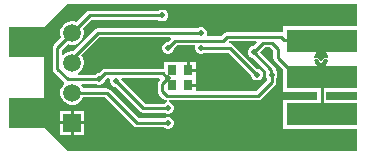
<source format=gbl>
G04*
G04 #@! TF.GenerationSoftware,Altium Limited,Altium Designer,22.9.1 (49)*
G04*
G04 Layer_Physical_Order=2*
G04 Layer_Color=16711680*
%FSLAX25Y25*%
%MOIN*%
G70*
G04*
G04 #@! TF.SameCoordinates,D6CDF33A-5527-4A7C-ACAA-F1F7B6BCBC96*
G04*
G04*
G04 #@! TF.FilePolarity,Positive*
G04*
G01*
G75*
%ADD12C,0.01000*%
%ADD15C,0.00394*%
%ADD16C,0.01181*%
%ADD18R,0.03150X0.03543*%
%ADD19R,0.23622X0.07480*%
%ADD23C,0.00500*%
%ADD35C,0.05906*%
%ADD36R,0.05906X0.05906*%
%ADD37C,0.01968*%
G36*
X155512Y71177D02*
X130890D01*
Y69464D01*
X130390Y69138D01*
X130027Y69210D01*
X112023D01*
X111437Y69094D01*
X110941Y68762D01*
X110145Y67966D01*
X105670D01*
X105392Y68382D01*
X105484Y68605D01*
Y69395D01*
X105182Y70124D01*
X104624Y70682D01*
X103895Y70984D01*
X103105D01*
X102376Y70682D01*
X102223Y70529D01*
X69000D01*
X68415Y70413D01*
X67919Y70081D01*
X60790Y62953D01*
X59980D01*
X58974Y62683D01*
X58073Y62163D01*
X57529Y61619D01*
X57029Y61826D01*
Y63367D01*
X58978Y65316D01*
X59980Y65047D01*
X61020D01*
X62026Y65317D01*
X62927Y65837D01*
X63663Y66573D01*
X64183Y67474D01*
X64453Y68480D01*
Y69520D01*
X64184Y70522D01*
X66937Y73274D01*
X89274D01*
X89427Y73121D01*
X90157Y72819D01*
X90946D01*
X91675Y73121D01*
X92233Y73679D01*
X92535Y74409D01*
Y75198D01*
X92233Y75927D01*
X91675Y76485D01*
X90946Y76787D01*
X90157D01*
X89427Y76485D01*
X89274Y76332D01*
X66303D01*
X65718Y76216D01*
X65222Y75885D01*
X62022Y72685D01*
X61020Y72953D01*
X59980D01*
X58974Y72683D01*
X58073Y72163D01*
X57337Y71427D01*
X56817Y70526D01*
X56547Y69520D01*
Y68480D01*
X56815Y67478D01*
X54419Y65081D01*
X54087Y64585D01*
X53971Y64000D01*
Y57000D01*
X54087Y56415D01*
X54419Y55919D01*
X57787Y52550D01*
X57911Y52383D01*
X57804Y51894D01*
X57337Y51427D01*
X56817Y50526D01*
X56547Y49520D01*
Y48480D01*
X56817Y47474D01*
X57337Y46573D01*
X58073Y45837D01*
X58974Y45317D01*
X59980Y45047D01*
X61020D01*
X62026Y45317D01*
X62927Y45837D01*
X63663Y46573D01*
X64181Y47471D01*
X71399D01*
X80951Y37918D01*
X81447Y37587D01*
X82033Y37471D01*
X91223D01*
X91376Y37318D01*
X92105Y37016D01*
X92895D01*
X93624Y37318D01*
X94182Y37876D01*
X94484Y38605D01*
Y39395D01*
X94182Y40124D01*
X93624Y40682D01*
X92895Y40984D01*
X92105D01*
X91376Y40682D01*
X91223Y40529D01*
X82666D01*
X73114Y50081D01*
X72618Y50413D01*
X72033Y50529D01*
X64181D01*
X63663Y51427D01*
X63581Y51509D01*
X63773Y51971D01*
X68223D01*
X68376Y51818D01*
X69105Y51516D01*
X69895D01*
X70624Y51818D01*
X71182Y52376D01*
X71484Y53105D01*
Y53321D01*
X72118Y53955D01*
X72798D01*
X73076Y53539D01*
X73016Y53395D01*
Y52605D01*
X73318Y51876D01*
X73876Y51318D01*
X74605Y51016D01*
X74957D01*
X83129Y42844D01*
X83625Y42513D01*
X84210Y42396D01*
X91298D01*
X91376Y42318D01*
X92105Y42016D01*
X92895D01*
X93624Y42318D01*
X94182Y42876D01*
X94484Y43605D01*
Y44395D01*
X94182Y45124D01*
X93624Y45682D01*
X92895Y45984D01*
X92928Y46471D01*
X122500D01*
X123085Y46587D01*
X123581Y46919D01*
X128050Y51387D01*
X128382Y51883D01*
X128498Y52469D01*
Y53841D01*
X128651Y53994D01*
X128953Y54723D01*
Y55513D01*
X128651Y56242D01*
X128448Y56445D01*
Y56581D01*
X128331Y57167D01*
X128000Y57663D01*
X123163Y62500D01*
X124815Y64152D01*
X126402D01*
X127623Y62931D01*
Y60612D01*
X127739Y60026D01*
X128071Y59530D01*
X130890Y56711D01*
Y49394D01*
X142171D01*
Y46571D01*
X130890D01*
Y37091D01*
X155512D01*
Y29528D01*
X59055D01*
X51181Y37402D01*
X39370D01*
Y47244D01*
X51181D01*
Y61024D01*
X39370D01*
Y70866D01*
X51181D01*
X59055Y78740D01*
X155512D01*
Y71177D01*
D02*
G37*
G36*
X145525Y61000D02*
X144500D01*
X143500Y60000D01*
X142500Y61000D01*
X141500D01*
X142500Y62854D01*
X144480D01*
X145525Y61000D01*
D02*
G37*
G36*
X145480Y59835D02*
X144980Y58854D01*
X144480Y57854D01*
X142480D01*
X141980Y58854D01*
X141480Y59854D01*
X142087D01*
X143281Y58659D01*
X143699D01*
X144894Y59854D01*
X145500D01*
X145480Y59835D01*
D02*
G37*
G36*
X93346Y67009D02*
X92321Y65984D01*
X92105D01*
X91376Y65682D01*
X90818Y65124D01*
X90516Y64395D01*
Y63605D01*
X90818Y62876D01*
X91376Y62318D01*
X92105Y62016D01*
X92895D01*
X93624Y62318D01*
X94182Y62876D01*
X94484Y63605D01*
Y63821D01*
X95570Y64908D01*
X101298D01*
X101576Y64492D01*
X101516Y64347D01*
Y63558D01*
X101818Y62829D01*
X102376Y62271D01*
X103105Y61968D01*
X103895D01*
X104624Y62271D01*
X104777Y62423D01*
X112579D01*
X120063Y54940D01*
Y54723D01*
X120365Y53994D01*
X120923Y53436D01*
X121652Y53134D01*
X122442D01*
X123171Y53436D01*
X123729Y53994D01*
X124031Y54723D01*
Y55513D01*
X123729Y56242D01*
X123171Y56800D01*
X122442Y57102D01*
X122226D01*
X114294Y65034D01*
X113798Y65366D01*
X113213Y65482D01*
X113017D01*
X112767Y65982D01*
X112894Y66152D01*
X121835D01*
X122027Y65690D01*
X120821Y64484D01*
X120605D01*
X119876Y64182D01*
X119318Y63624D01*
X119016Y62895D01*
Y62105D01*
X119318Y61376D01*
X119876Y60818D01*
X120605Y60516D01*
X120821D01*
X125230Y56107D01*
X124984Y55513D01*
Y54723D01*
X125286Y53994D01*
X125439Y53841D01*
Y53102D01*
X121867Y49529D01*
X101756D01*
Y51095D01*
X99181D01*
Y52095D01*
X101756D01*
Y53823D01*
Y56094D01*
X99181D01*
Y56595D01*
X98681D01*
Y59366D01*
X96607D01*
Y59366D01*
X96244D01*
Y59366D01*
X91095D01*
Y57294D01*
X90754Y57014D01*
X71484D01*
X70899Y56897D01*
X70403Y56566D01*
X69321Y55484D01*
X69105D01*
X68376Y55182D01*
X68223Y55029D01*
X62528D01*
X62394Y55529D01*
X62927Y55837D01*
X63663Y56573D01*
X64183Y57474D01*
X64453Y58480D01*
Y59520D01*
X64183Y60526D01*
X63663Y61427D01*
X63626Y61464D01*
X69634Y67471D01*
X93154D01*
X93346Y67009D01*
D02*
G37*
G36*
X155512Y46571D02*
X145230D01*
Y49394D01*
X155512D01*
Y46571D01*
D02*
G37*
G36*
X89792Y53455D02*
X89419Y53081D01*
X89087Y52585D01*
X88971Y52000D01*
Y49500D01*
X89087Y48915D01*
X89419Y48419D01*
X90919Y46919D01*
X91415Y46587D01*
X92000Y46471D01*
X92072D01*
X92105Y45984D01*
X91376Y45682D01*
X91149Y45455D01*
X84844D01*
X76984Y53315D01*
Y53395D01*
X76924Y53539D01*
X77202Y53955D01*
X89585D01*
X89792Y53455D01*
D02*
G37*
%LPC*%
G36*
X64453Y42953D02*
X61000D01*
Y39500D01*
X64453D01*
Y42953D01*
D02*
G37*
G36*
X60000D02*
X56547D01*
Y39500D01*
X60000D01*
Y42953D01*
D02*
G37*
G36*
X64453Y38500D02*
X61000D01*
Y35047D01*
X64453D01*
Y38500D01*
D02*
G37*
G36*
X60000D02*
X56547D01*
Y35047D01*
X60000D01*
Y38500D01*
D02*
G37*
G36*
X101756Y59366D02*
X99681D01*
Y57095D01*
X101756D01*
Y59366D01*
D02*
G37*
%LPD*%
D12*
X126919Y55168D02*
X126969Y55118D01*
X121000Y62500D02*
X126919Y56581D01*
Y55168D02*
Y56581D01*
X126969Y52469D02*
Y55118D01*
X113213Y63953D02*
X122047Y55118D01*
X103500Y63953D02*
X113213D01*
X122500Y48000D02*
X126969Y52469D01*
X60500Y69000D02*
X66303Y74803D01*
X90551D01*
X143405Y66733D02*
X143701Y66437D01*
X130975Y66733D02*
X143405D01*
X112023Y67681D02*
X130027D01*
X130975Y66733D01*
X129152Y60612D02*
Y63565D01*
Y60612D02*
X135630Y54134D01*
X127036Y65681D02*
X129152Y63565D01*
X124181Y65681D02*
X127036D01*
X121000Y62500D02*
X124181Y65681D01*
X110778Y66437D02*
X112023Y67681D01*
X143480Y54354D02*
Y57854D01*
X94937Y66437D02*
X110778D01*
X135630Y54134D02*
X143701D01*
X143480Y57854D02*
Y58223D01*
Y54354D02*
X143701Y54134D01*
X55500Y57000D02*
Y64000D01*
X60500Y69000D01*
X55500Y57000D02*
X59000Y53500D01*
X69500D01*
X92000Y48000D02*
X122500D01*
X90500Y49500D02*
X92000Y48000D01*
X90500Y49500D02*
Y52000D01*
X92500Y54000D01*
X90754Y55484D02*
X92238Y54000D01*
X75136Y53000D02*
X84210Y43925D01*
X92426D01*
X92500Y44000D01*
X69000Y69000D02*
X103500D01*
X59750Y59750D02*
X69000Y69000D01*
X92238Y54000D02*
X92500D01*
X69500Y53500D02*
X71484Y55484D01*
X90754D01*
X92500Y64000D02*
X94937Y66437D01*
X59750Y59577D02*
Y59750D01*
X60500Y49000D02*
X72033D01*
X82033Y39000D01*
X92500D01*
X75000Y53000D02*
X75136D01*
X143701Y41831D02*
Y54134D01*
D15*
X143480Y58223D02*
D03*
D16*
X143500Y61000D02*
D03*
D18*
X99181Y51595D02*
D03*
X93669D02*
D03*
X99181Y56595D02*
D03*
X93669D02*
D03*
D19*
X143701Y41831D02*
D03*
Y54134D02*
D03*
Y66437D02*
D03*
D23*
X143480Y57854D02*
G03*
X145500Y59854I20J2000D01*
G01*
X141500D02*
G03*
X143480Y57854I2000J0D01*
G01*
X145525Y61000D02*
G03*
X141475Y61000I-2025J-179D01*
G01*
X143480Y58659D02*
X143699D01*
X143281D02*
X143480D01*
X141500Y59854D02*
X142087D01*
X143500Y60000D02*
X144500Y61000D01*
X142500D02*
X143500Y60000D01*
X141500Y61000D02*
X142500D01*
X144500D02*
X145500D01*
X143699Y58659D02*
X144894Y59854D01*
X145500D01*
X142087D02*
X143281Y58659D01*
D35*
X60500Y69000D02*
D03*
Y59000D02*
D03*
Y49000D02*
D03*
D36*
Y39000D02*
D03*
D37*
X122047Y55118D02*
D03*
X126969D02*
D03*
X113066Y55952D02*
D03*
X90551Y74803D02*
D03*
X98405Y44752D02*
D03*
X97669Y62087D02*
D03*
X125674Y63000D02*
D03*
X115150Y75283D02*
D03*
X133858Y48228D02*
D03*
X80122Y59295D02*
D03*
X92500Y44000D02*
D03*
X103500Y69000D02*
D03*
Y63953D02*
D03*
X92500Y54000D02*
D03*
X69500Y53500D02*
D03*
X92500Y39000D02*
D03*
X121000Y62500D02*
D03*
X92500Y64000D02*
D03*
X143701Y54134D02*
D03*
X75000Y53000D02*
D03*
M02*

</source>
